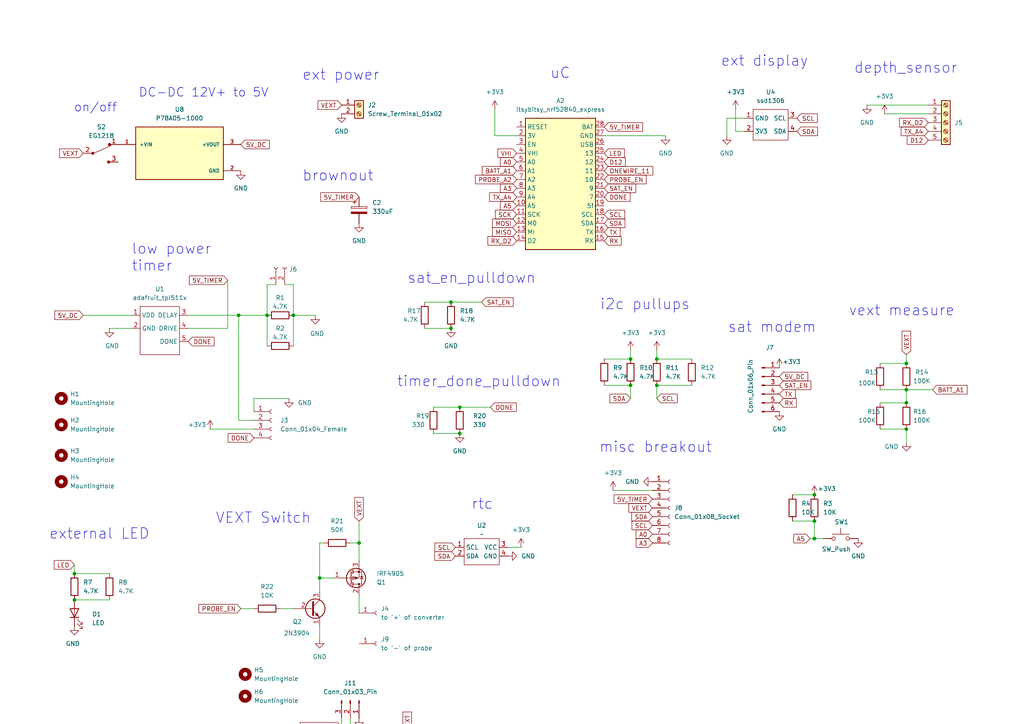
<source format=kicad_sch>
(kicad_sch (version 20231120) (generator "eeschema") (generator_version "8.0")
  (paper "A4")
  (lib_symbols
    (symbol "Connector:Conn_01x01_Socket" (pin_names (offset 1.016) hide)
      (property "Reference" "J" (at 0 2.54 0))
      (property "Value" "Conn_01x01_Socket" (at 0 -2.54 0))
      (symbol "Conn_01x01_Socket_1_1"
        (pin passive line (at -5.08 0 0) (length 3.81) (name "Pin_1") (number "1"))
      )
    )
    (symbol "Connector:Conn_01x02_Socket" (pin_names (offset 1.016) hide)
      (property "Reference" "J" (at 0 2.54 0))
      (property "Value" "Conn_01x02_Socket" (at 0 -5.08 0))
      (symbol "Conn_01x02_Socket_1_1"
        (pin passive line (at -5.08 0 0) (length 3.81) (name "Pin_1") (number "1"))
        (pin passive line (at -5.08 -2.54 0) (length 3.81) (name "Pin_2") (number "2"))
      )
    )
    (symbol "Connector:Conn_01x03_Pin" (pin_names (offset 1.016) hide)
      (property "Reference" "J" (at 0 5.08 0))
      (property "Value" "Conn_01x03_Pin" (at 0 -5.08 0))
      (symbol "Conn_01x03_Pin_1_1"
        (pin passive line (at 5.08 2.54 180) (length 3.81) (name "Pin_1") (number "1"))
        (pin passive line (at 5.08 0 180) (length 3.81) (name "Pin_2") (number "2"))
        (pin passive line (at 5.08 -2.54 180) (length 3.81) (name "Pin_3") (number "3"))
      )
    )
    (symbol "Connector:Conn_01x04_Female" (pin_names (offset 1.016) hide)
      (property "Reference" "J" (at 0 5.08 0))
      (property "Value" "Conn_01x04_Female" (at 0 -7.62 0))
      (symbol "Conn_01x04_Female_1_1"
        (pin passive line (at -5.08 2.54 0) (length 3.81) (name "Pin_1") (number "1"))
        (pin passive line (at -5.08 0 0) (length 3.81) (name "Pin_2") (number "2"))
        (pin passive line (at -5.08 -2.54 0) (length 3.81) (name "Pin_3") (number "3"))
        (pin passive line (at -5.08 -5.08 0) (length 3.81) (name "Pin_4") (number "4"))
      )
    )
    (symbol "Connector:Conn_01x06_Pin" (pin_names (offset 1.016) hide)
      (property "Reference" "J" (at 0 7.62 0))
      (property "Value" "Conn_01x06_Pin" (at 0 -10.16 0))
      (symbol "Conn_01x06_Pin_1_1"
        (pin passive line (at 5.08 5.08 180) (length 3.81) (name "Pin_1") (number "1"))
        (pin passive line (at 5.08 2.54 180) (length 3.81) (name "Pin_2") (number "2"))
        (pin passive line (at 5.08 0 180) (length 3.81) (name "Pin_3") (number "3"))
        (pin passive line (at 5.08 -2.54 180) (length 3.81) (name "Pin_4") (number "4"))
        (pin passive line (at 5.08 -5.08 180) (length 3.81) (name "Pin_5") (number "5"))
        (pin passive line (at 5.08 -7.62 180) (length 3.81) (name "Pin_6") (number "6"))
      )
    )
    (symbol "Connector:Conn_01x08_Socket" (pin_names (offset 1.016) hide)
      (property "Reference" "J" (at 0 10.16 0))
      (property "Value" "Conn_01x08_Socket" (at 0 -12.7 0))
      (symbol "Conn_01x08_Socket_1_1"
        (pin passive line (at -5.08 7.62 0) (length 3.81) (name "Pin_1") (number "1"))
        (pin passive line (at -5.08 5.08 0) (length 3.81) (name "Pin_2") (number "2"))
        (pin passive line (at -5.08 2.54 0) (length 3.81) (name "Pin_3") (number "3"))
        (pin passive line (at -5.08 0 0) (length 3.81) (name "Pin_4") (number "4"))
        (pin passive line (at -5.08 -2.54 0) (length 3.81) (name "Pin_5") (number "5"))
        (pin passive line (at -5.08 -5.08 0) (length 3.81) (name "Pin_6") (number "6"))
        (pin passive line (at -5.08 -7.62 0) (length 3.81) (name "Pin_7") (number "7"))
        (pin passive line (at -5.08 -10.16 0) (length 3.81) (name "Pin_8") (number "8"))
      )
    )
    (symbol "Connector:Screw_Terminal_01x02" (pin_names (offset 1.016) hide)
      (property "Reference" "J" (at 0 2.54 0))
      (property "Value" "Screw_Terminal_01x02" (at 0 -5.08 0))
      (symbol "Screw_Terminal_01x02_1_1"
        (pin passive line (at -5.08 0 0) (length 3.81) (name "Pin_1") (number "1"))
        (pin passive line (at -5.08 -2.54 0) (length 3.81) (name "Pin_2") (number "2"))
      )
    )
    (symbol "Connector:Screw_Terminal_01x05" (pin_names (offset 1.016) hide)
      (property "Reference" "J" (at 0 7.62 0))
      (property "Value" "Screw_Terminal_01x05" (at 0 -7.62 0))
      (symbol "Screw_Terminal_01x05_1_1"
        (pin passive line (at -5.08 5.08 0) (length 3.81) (name "Pin_1") (number "1"))
        (pin passive line (at -5.08 2.54 0) (length 3.81) (name "Pin_2") (number "2"))
        (pin passive line (at -5.08 0 0) (length 3.81) (name "Pin_3") (number "3"))
        (pin passive line (at -5.08 -2.54 0) (length 3.81) (name "Pin_4") (number "4"))
        (pin passive line (at -5.08 -5.08 0) (length 3.81) (name "Pin_5") (number "5"))
      )
    )
    (symbol "Device:C_Polarized" (pin_numbers hide) (pin_names (offset 0.254))
      (property "Reference" "C" (at 0.635 2.54 0))
      (property "Value" "C_Polarized" (at 0.635 -2.54 0))
      (symbol "C_Polarized_1_1"
        (pin passive line (at 0 3.81 270) (length 2.794) (name "~") (number "1"))
        (pin passive line (at 0 -3.81 90) (length 2.794) (name "~") (number "2"))
      )
    )
    (symbol "Device:LED" (pin_numbers hide) (pin_names (offset 1.016) hide)
      (property "Reference" "D" (at 0 2.54 0))
      (property "Value" "LED" (at 0 -2.54 0))
      (symbol "LED_1_1"
        (pin passive line (at -3.81 0 0) (length 2.54) (name "K") (number "1"))
        (pin passive line (at 3.81 0 180) (length 2.54) (name "A") (number "2"))
      )
    )
    (symbol "Device:R" (pin_numbers hide) (pin_names (offset 0))
      (property "Reference" "R" (at 2.032 0 90))
      (property "Value" "R" (at 0 0 90))
      (symbol "R_1_1"
        (pin passive line (at 0 3.81 270) (length 1.27) (name "~") (number "1"))
        (pin passive line (at 0 -3.81 90) (length 1.27) (name "~") (number "2"))
      )
    )
    (symbol "GND_1" (power) (pin_numbers hide) (pin_names (offset 0) hide)
      (property "Value" "GND" (at 0 -3.81 0))
      (symbol "GND_1_1_1"
        (pin power_in line (at 0 0 270) (length 0) (name "~") (number "1"))
      )
    )
    (symbol "GND_11" (power) (pin_names (offset 0))
      (property "Value" "GND_11" (at 0 -3.81 0))
      (symbol "GND_11_1_1"
        (pin power_in line (at 0 0 270) (length 0) hide (name "GND") (number "1"))
      )
    )
    (symbol "GND_2" (power) (pin_names (offset 0))
      (property "Value" "GND_2" (at 0 -3.81 0))
      (symbol "GND_2_1_1"
        (pin power_in line (at 0 0 270) (length 0) hide (name "GND") (number "1"))
      )
    )
    (symbol "Mechanical:MountingHole" (pin_names (offset 1.016))
      (property "Reference" "H" (at 0 5.08 0))
      (property "Value" "MountingHole" (at 0 3.175 0))
    )
    (symbol "MountingHole_1" (pin_names (offset 1.016)) (exclude_from_sim yes) (in_bom no)
      (property "Reference" "H" (at 0 5.08 0))
      (property "Value" "MountingHole" (at 0 3.175 0))
    )
    (symbol "P78A05-1000:P78A05-1000" (pin_names (offset 1.016))
      (property "Reference" "U" (at -10.1854 7.62 0))
      (property "Value" "P78A05-1000" (at -10.1854 -7.6454 0))
      (symbol "P78A05-1000_0_0"
        (pin input line (at -17.78 2.54 0) (length 5.08) (name "+VIN") (number "1"))
        (pin power_in line (at 17.78 -5.08 180) (length 5.08) (name "GND") (number "2"))
        (pin output line (at 17.78 2.54 180) (length 5.08) (name "+VOUT") (number "3"))
      )
    )
    (symbol "Switch:SW_Push" (pin_numbers hide) (pin_names (offset 1.016) hide)
      (property "Reference" "SW" (at 1.27 2.54 0))
      (property "Value" "SW_Push" (at 0 -1.524 0))
      (symbol "SW_Push_0_1"
        (pin passive line (at -5.08 0 0) (length 2.54) (name "1") (number "1"))
        (pin passive line (at 5.08 0 180) (length 2.54) (name "2") (number "2"))
      )
    )
    (symbol "Transistor_BJT:2N3904" (pin_names (offset 0) hide)
      (property "Reference" "Q" (at 5.08 1.905 0))
      (property "Value" "2N3904" (at 5.08 0 0))
      (symbol "2N3904_1_1"
        (pin passive line (at 2.54 -5.08 90) (length 2.54) (name "E") (number "1"))
        (pin passive line (at -5.08 0 0) (length 5.715) (name "B") (number "2"))
        (pin passive line (at 2.54 5.08 270) (length 2.54) (name "C") (number "3"))
      )
    )
    (symbol "Transistor_FET:IRF4905" (pin_names hide)
      (property "Reference" "Q" (at 5.08 1.905 0))
      (property "Value" "IRF4905" (at 5.08 0 0))
      (symbol "IRF4905_1_1"
        (pin input line (at -5.08 0 0) (length 2.54) (name "G") (number "1"))
        (pin passive line (at 2.54 5.08 270) (length 2.54) (name "D") (number "2"))
        (pin passive line (at 2.54 -5.08 90) (length 2.54) (name "S") (number "3"))
      )
    )
    (symbol "dk_Slide-Switches:EG1218" (pin_names (offset 0))
      (property "Reference" "S" (at -3.81 2.286 0))
      (property "Value" "EG1218" (at 0 -5.334 0))
      (symbol "EG1218_1_1"
        (pin passive line (at 5.08 2.54 180) (length 2.54) (name "~") (number "1"))
        (pin passive line (at -5.08 0 0) (length 2.54) (name "~") (number "2"))
        (pin passive line (at 5.08 -2.54 180) (length 2.54) (name "~") (number "3"))
      )
    )
    (symbol "lucc:itsybitsy_nrf52840_express"
      (property "Reference" "A" (at -10.16 28.575 0))
      (property "Value" "itsybitsy_nrf52840_express" (at -5.842 29.718 0))
      (symbol "itsybitsy_nrf52840_express_1_1"
        (pin bidirectional line (at -12.7 20.32 0) (length 2.54) (name "RESET") (number "1"))
        (pin bidirectional line (at -12.7 -2.54 0) (length 2.54) (name "A5") (number "10"))
        (pin bidirectional line (at -12.7 -5.08 0) (length 2.54) (name "SCK") (number "11"))
        (pin bidirectional line (at -12.7 -7.62 0) (length 2.54) (name "M0") (number "12"))
        (pin bidirectional line (at -12.7 -10.16 0) (length 2.54) (name "MI") (number "13"))
        (pin bidirectional line (at -12.7 -12.7 0) (length 2.54) (name "D2") (number "14"))
        (pin bidirectional line (at 12.7 -12.7 180) (length 2.54) (name "RX") (number "15"))
        (pin bidirectional line (at 12.7 -10.16 180) (length 2.54) (name "TX") (number "16"))
        (pin bidirectional line (at 12.7 -7.62 180) (length 2.54) (name "SDA") (number "17"))
        (pin bidirectional line (at 12.7 -5.08 180) (length 2.54) (name "SCL") (number "18"))
        (pin bidirectional line (at 12.7 -2.54 180) (length 2.54) (name "5!") (number "19"))
        (pin bidirectional line (at -12.7 17.78 0) (length 2.54) (name "3V") (number "2"))
        (pin bidirectional line (at 12.7 0 180) (length 2.54) (name "7") (number "20"))
        (pin bidirectional line (at 12.7 2.54 180) (length 2.54) (name "9") (number "21"))
        (pin bidirectional line (at 12.7 5.08 180) (length 2.54) (name "10") (number "22"))
        (pin bidirectional line (at 12.7 7.62 180) (length 2.54) (name "11") (number "23"))
        (pin bidirectional line (at 12.7 10.16 180) (length 2.54) (name "12") (number "24"))
        (pin input line (at 12.7 12.7 180) (length 2.54) (name "13") (number "25"))
        (pin input line (at 12.7 15.24 180) (length 2.54) (name "USB") (number "26"))
        (pin input line (at 12.7 17.78 180) (length 2.54) (name "GND") (number "27"))
        (pin input line (at 12.7 20.32 180) (length 2.54) (name "BAT") (number "28"))
        (pin bidirectional line (at -12.7 15.24 0) (length 2.54) (name "EN") (number "3"))
        (pin bidirectional line (at -12.7 12.7 0) (length 2.54) (name "VHI") (number "4"))
        (pin bidirectional line (at -12.7 10.16 0) (length 2.54) (name "A0") (number "5"))
        (pin bidirectional line (at -12.7 7.62 0) (length 2.54) (name "A1") (number "6"))
        (pin bidirectional line (at -12.7 5.08 0) (length 2.54) (name "A2") (number "7"))
        (pin bidirectional line (at -12.7 2.54 0) (length 2.54) (name "A3") (number "8"))
        (pin bidirectional line (at -12.7 0 0) (length 2.54) (name "A4") (number "9"))
      )
    )
    (symbol "picoco2:ssd1306"
      (property "Reference" "U" (at 0 0 0))
      (property "Value" "ssd1306" (at 0 0 0))
      (symbol "ssd1306_1_1"
        (pin input line (at -8.89 -3.81 0) (length 2.54) (name "GND") (number "1"))
        (pin input line (at -8.89 -7.62 0) (length 2.54) (name "3V3") (number "2"))
        (pin input line (at 6.35 -3.81 180) (length 2.54) (name "SCL") (number "3"))
        (pin input line (at 6.35 -7.62 180) (length 2.54) (name "SDA") (number "4"))
      )
    )
    (symbol "power:+3V3" (power) (pin_names (offset 0))
      (property "Value" "+3V3" (at 0 3.556 0))
      (symbol "+3V3_1_1"
        (pin power_in line (at 0 0 90) (length 0) hide (name "+3V3") (number "1"))
      )
    )
    (symbol "power:GND" (power) (pin_names (offset 0))
      (property "Value" "GND" (at 0 -3.81 0))
      (symbol "GND_1_1"
        (pin power_in line (at 0 0 270) (length 0) hide (name "GND") (number "1"))
      )
    )
    (symbol "sweet-p:adafruit_tpl511x"
      (property "Reference" "U" (at 0 10.16 0))
      (property "Value" "adafruit_tpl511x" (at 0 3.81 0))
      (symbol "adafruit_tpl511x_1_1"
        (pin input line (at -7.62 -1.27 0) (length 2.54) (name "VDD") (number "1"))
        (pin input line (at -7.62 -5.08 0) (length 2.54) (name "GND") (number "2"))
        (pin input line (at 8.89 -1.27 180) (length 2.54) (name "DELAY") (number "3"))
        (pin input line (at 8.89 -5.08 180) (length 2.54) (name "DRIVE") (number "4"))
        (pin input line (at 8.89 -8.89 180) (length 2.54) (name "DONE") (number "5"))
      )
    )
    (symbol "sweet-p:ds3231_amazon"
      (property "Reference" "U" (at 0 4.318 0))
      (symbol "ds3231_amazon_1_1"
        (pin input line (at -7.62 0 0) (length 2.54) (name "SCL") (number "1"))
        (pin input line (at -7.62 -2.54 0) (length 2.54) (name "SDA") (number "2"))
        (pin input line (at 7.62 0 180) (length 2.54) (name "VCC") (number "3"))
        (pin input line (at 7.62 -2.54 180) (length 2.54) (name "GND") (number "4"))
      )
    )
  )
  (junction (at 130.81 87.63))
  (junction (at 182.88 104.14))
  (junction (at 133.35 118.11))
  (junction (at 130.81 95.25))
  (junction (at 262.89 105.41))
  (junction (at 85.09 91.44))
  (junction (at 190.5 104.14))
  (junction (at 190.5 111.76))
  (junction (at 262.89 116.84))
  (junction (at 92.71 167.64))
  (junction (at 262.89 124.46))
  (junction (at 77.47 91.44))
  (junction (at 236.22 156.21))
  (junction (at 182.88 111.76))
  (junction (at 21.59 166.37))
  (junction (at 69.215 91.44))
  (junction (at 133.35 125.73))
  (junction (at 21.59 173.99))
  (junction (at 262.89 113.03))
  (junction (at 236.22 143.51))
  (junction (at 236.22 151.13))
  (junction (at 104.14 157.48))
  (wire (pts (xy 251.46 30.48) (xy 269.24 30.48)))
  (wire (pts (xy 133.35 118.11) (xy 142.24 118.11)))
  (wire (pts (xy 182.88 111.76) (xy 182.88 115.57)))
  (wire (pts (xy 175.26 39.37) (xy 193.04 39.37)))
  (wire (pts (xy 262.89 102.87) (xy 262.89 105.41)))
  (wire (pts (xy 92.71 171.45) (xy 92.71 167.64)))
  (wire (pts (xy 125.73 118.11) (xy 133.35 118.11)))
  (wire (pts (xy 190.5 111.76) (xy 190.5 115.57)))
  (wire (pts (xy 125.73 125.73) (xy 133.35 125.73)))
  (wire (pts (xy 99.06 208.28) (xy 99.06 210.82)))
  (wire (pts (xy 69.215 91.44) (xy 69.215 121.92)))
  (wire (pts (xy 147.32 158.75) (xy 151.13 158.75)))
  (wire (pts (xy 262.89 113.03) (xy 262.89 116.84)))
  (wire (pts (xy 77.47 82.55) (xy 80.01 82.55)))
  (wire (pts (xy 85.09 91.44) (xy 85.09 100.33)))
  (wire (pts (xy 21.59 166.37) (xy 31.75 166.37)))
  (wire (pts (xy 262.89 124.46) (xy 262.89 128.27)))
  (wire (pts (xy 123.19 95.25) (xy 130.81 95.25)))
  (wire (pts (xy 213.36 31.75) (xy 213.36 38.1)))
  (wire (pts (xy 190.5 111.76) (xy 200.66 111.76)))
  (wire (pts (xy 234.95 156.21) (xy 236.22 156.21)))
  (wire (pts (xy 69.215 91.44) (xy 77.47 91.44)))
  (wire (pts (xy 77.47 91.44) (xy 77.47 82.55)))
  (wire (pts (xy 21.59 163.83) (xy 21.59 166.37)))
  (wire (pts (xy 255.27 124.46) (xy 262.89 124.46)))
  (wire (pts (xy 73.66 115.57) (xy 83.82 115.57)))
  (wire (pts (xy 130.81 87.63) (xy 139.7 87.63)))
  (wire (pts (xy 118.11 215.9) (xy 120.65 215.9)))
  (wire (pts (xy 123.19 87.63) (xy 130.81 87.63)))
  (wire (pts (xy 92.71 167.64) (xy 96.52 167.64)))
  (wire (pts (xy 21.59 173.99) (xy 31.75 173.99)))
  (wire (pts (xy 85.09 91.44) (xy 91.44 91.44)))
  (wire (pts (xy 101.6 157.48) (xy 104.14 157.48)))
  (wire (pts (xy 149.86 39.37) (xy 143.51 39.37)))
  (wire (pts (xy 85.09 82.55) (xy 82.55 82.55)))
  (wire (pts (xy 24.13 91.44) (xy 38.1 91.44)))
  (wire (pts (xy 236.22 156.21) (xy 236.22 151.13)))
  (wire (pts (xy 190.5 101.6) (xy 190.5 104.14)))
  (wire (pts (xy 92.71 167.64) (xy 92.71 157.48)))
  (wire (pts (xy 229.87 151.13) (xy 236.22 151.13)))
  (wire (pts (xy 210.82 34.29) (xy 210.82 39.37)))
  (wire (pts (xy 73.66 119.38) (xy 73.66 115.57)))
  (wire (pts (xy 255.27 113.03) (xy 262.89 113.03)))
  (wire (pts (xy 262.89 113.03) (xy 270.51 113.03)))
  (wire (pts (xy 92.71 157.48) (xy 93.98 157.48)))
  (wire (pts (xy 85.09 91.44) (xy 85.09 82.55)))
  (wire (pts (xy 104.14 172.72) (xy 104.14 177.8)))
  (wire (pts (xy 69.85 176.53) (xy 73.66 176.53)))
  (wire (pts (xy 215.9 34.29) (xy 210.82 34.29)))
  (wire (pts (xy 182.88 101.6) (xy 182.88 104.14)))
  (wire (pts (xy 215.9 38.1) (xy 213.36 38.1)))
  (wire (pts (xy 77.47 91.44) (xy 77.47 100.33)))
  (wire (pts (xy 190.5 104.14) (xy 200.66 104.14)))
  (wire (pts (xy 256.54 33.02) (xy 269.24 33.02)))
  (wire (pts (xy 104.14 151.13) (xy 104.14 157.48)))
  (wire (pts (xy 177.8 142.24) (xy 189.23 142.24)))
  (wire (pts (xy 31.75 95.25) (xy 38.1 95.25)))
  (wire (pts (xy 54.61 91.44) (xy 69.215 91.44)))
  (wire (pts (xy 60.96 124.46) (xy 73.66 124.46)))
  (wire (pts (xy 66.04 81.28) (xy 66.04 95.25)))
  (wire (pts (xy 54.61 95.25) (xy 66.04 95.25)))
  (wire (pts (xy 69.215 121.92) (xy 73.66 121.92)))
  (wire (pts (xy 81.28 176.53) (xy 85.09 176.53)))
  (wire (pts (xy 101.6 208.28) (xy 101.6 215.9)))
  (wire (pts (xy 104.14 157.48) (xy 104.14 162.56)))
  (wire (pts (xy 118.11 213.36) (xy 118.11 215.9)))
  (wire (pts (xy 175.26 104.14) (xy 182.88 104.14)))
  (wire (pts (xy 238.76 156.21) (xy 236.22 156.21)))
  (wire (pts (xy 92.71 181.61) (xy 92.71 185.42)))
  (wire (pts (xy 143.51 39.37) (xy 143.51 31.75)))
  (wire (pts (xy 255.27 116.84) (xy 262.89 116.84)))
  (wire (pts (xy 229.87 143.51) (xy 236.22 143.51)))
  (wire (pts (xy 255.27 105.41) (xy 262.89 105.41)))
  (wire (pts (xy 175.26 111.76) (xy 182.88 111.76)))
  (text "sat modem" (at 211.074 96.774 0) (effects (font (size 3.048 3.048)) (justify left bottom)))
  (text "brownout" (at 87.63 52.832 0) (effects (font (size 3.048 3.048)) (justify left bottom)))
  (text "DC-DC 12V+ to 5V" (at 77.978 28.448 0) (effects (font (size 2.54 2.54)) (justify right bottom)))
  (text "sat_en_pulldown" (at 118.11 82.55 0) (effects (font (size 3.048 3.048)) (justify left bottom)))
  (text "vext measure" (at 246.126 91.948 0) (effects (font (size 3.048 3.048)) (justify left bottom)))
  (text "misc breakout" (at 173.736 131.572 0) (effects (font (size 3.048 3.048)) (justify left bottom)))
  (text "timer_done_pulldown" (at 115.062 112.522 0) (effects (font (size 3.048 3.048)) (justify left bottom)))
  (text "uC" (at 159.512 23.114 0) (effects (font (size 3.048 3.048)) (justify left bottom)))
  (text "on/off" (at 34.036 32.766 0) (effects (font (size 2.54 2.54)) (justify right bottom)))
  (text "i2c pullups" (at 173.99 90.17 0) (effects (font (size 3.048 3.048)) (justify left bottom)))
  (text "external LED" (at 14.224 156.718 0) (effects (font (size 3.048 3.048)) (justify left bottom)))
  (text "depth_sensor" (at 247.65 21.59 0) (effects (font (size 3.048 3.048)) (justify left bottom)))
  (text "low power\ntimer" (at 38.1 78.994 0) (effects (font (size 3.048 3.048)) (justify left bottom)))
  (text "ext power" (at 87.63 23.622 0) (effects (font (size 3.048 3.048)) (justify left bottom)))
  (text "ext display" (at 209.042 19.558 0) (effects (font (size 3.048 3.048)) (justify left bottom)))
  (text "VEXT Switch" (at 62.484 152.146 0) (effects (font (size 3.048 3.048)) (justify left bottom)))
  (text "rtc" (at 136.652 148.082 0) (effects (font (size 3.048 3.048)) (justify left bottom)))
  (global_label "A0" (shape input) (at 189.23 154.94 180) (property "Intersheetrefs" "${INTERSHEET_REFS}" (effects (hide yes))))
  (global_label "SAT_EN" (shape input) (at 139.7 87.63 0) (property "Intersheetrefs" "${INTERSHEET_REFS}" (effects (hide yes))))
  (global_label "BATT_A1" (shape input) (at 270.51 113.03 0) (property "Intersheetrefs" "${INTERSHEET_REFS}" (effects (hide yes))))
  (global_label "SCL" (shape input) (at 190.5 115.57 0) (property "Intersheetrefs" "${INTERSHEET_REFS}" (effects (hide yes))))
  (global_label "SCL" (shape input) (at 231.14 34.29 0) (property "Intersheetrefs" "${INTERSHEET_REFS}" (effects (hide yes))))
  (global_label "TX_A4" (shape input) (at 149.86 57.15 180) (property "Intersheetrefs" "${INTERSHEET_REFS}" (effects (hide yes))))
  (global_label "RX" (shape input) (at 226.06 116.84 0) (property "Intersheetrefs" "${INTERSHEET_REFS}" (effects (hide yes))))
  (global_label "VHI" (shape input) (at 149.86 44.45 180) (property "Intersheetrefs" "${INTERSHEET_REFS}" (effects (hide yes))))
  (global_label "VEXT" (shape input) (at 262.89 102.87 90) (property "Intersheetrefs" "${INTERSHEET_REFS}" (effects (hide yes))))
  (global_label "D12" (shape input) (at 269.24 40.64 180) (property "Intersheetrefs" "${INTERSHEET_REFS}" (effects (hide yes))))
  (global_label "SDA" (shape input) (at 182.88 115.57 180) (property "Intersheetrefs" "${INTERSHEET_REFS}" (effects (hide yes))))
  (global_label "PROBE_A2" (shape input) (at 99.06 210.82 180) (property "Intersheetrefs" "${INTERSHEET_REFS}" (effects (hide yes))))
  (global_label "VEXT" (shape input) (at 99.06 30.48 180) (property "Intersheetrefs" "${INTERSHEET_REFS}" (effects (hide yes))))
  (global_label "A5" (shape input) (at 149.86 59.69 180) (property "Intersheetrefs" "${INTERSHEET_REFS}" (effects (hide yes))))
  (global_label "SCK" (shape input) (at 149.86 62.23 180) (property "Intersheetrefs" "${INTERSHEET_REFS}" (effects (hide yes))))
  (global_label "A5" (shape input) (at 234.95 156.21 180) (property "Intersheetrefs" "${INTERSHEET_REFS}" (effects (hide yes))))
  (global_label "5V_TIMER" (shape input) (at 66.04 81.28 180) (property "Intersheetrefs" "${INTERSHEET_REFS}" (effects (hide yes))))
  (global_label "RX_D2" (shape input) (at 269.24 35.56 180) (property "Intersheetrefs" "${INTERSHEET_REFS}" (effects (hide yes))))
  (global_label "TX" (shape input) (at 226.06 114.3 0) (property "Intersheetrefs" "${INTERSHEET_REFS}" (effects (hide yes))))
  (global_label "PROBE_A2" (shape input) (at 149.86 52.07 180) (property "Intersheetrefs" "${INTERSHEET_REFS}" (effects (hide yes))))
  (global_label "LED" (shape input) (at 175.26 44.45 0) (property "Intersheetrefs" "${INTERSHEET_REFS}" (effects (hide yes))))
  (global_label "MISO" (shape input) (at 149.86 67.31 180) (property "Intersheetrefs" "${INTERSHEET_REFS}" (effects (hide yes))))
  (global_label "DONE" (shape input) (at 175.26 57.15 0) (property "Intersheetrefs" "${INTERSHEET_REFS}" (effects (hide yes))))
  (global_label "D12" (shape input) (at 175.26 46.99 0) (property "Intersheetrefs" "${INTERSHEET_REFS}" (effects (hide yes))))
  (global_label "A3" (shape input) (at 149.86 54.61 180) (property "Intersheetrefs" "${INTERSHEET_REFS}" (effects (hide yes))))
  (global_label "SDA" (shape input) (at 189.23 149.86 180) (property "Intersheetrefs" "${INTERSHEET_REFS}" (effects (hide yes))))
  (global_label "LED" (shape input) (at 21.59 163.83 180) (property "Intersheetrefs" "${INTERSHEET_REFS}" (effects (hide yes))))
  (global_label "5V_TIMER" (shape input) (at 189.23 144.78 180) (property "Intersheetrefs" "${INTERSHEET_REFS}" (effects (hide yes))))
  (global_label "DONE" (shape input) (at 54.61 99.06 0) (property "Intersheetrefs" "${INTERSHEET_REFS}" (effects (hide yes))))
  (global_label "5V_DC" (shape input) (at 226.06 109.22 0) (property "Intersheetrefs" "${INTERSHEET_REFS}" (effects (hide yes))))
  (global_label "VEXT" (shape input) (at 24.13 44.45 180) (property "Intersheetrefs" "${INTERSHEET_REFS}" (effects (hide yes))))
  (global_label "SCL" (shape input) (at 189.23 152.4 180) (property "Intersheetrefs" "${INTERSHEET_REFS}" (effects (hide yes))))
  (global_label "ONEWIRE_11" (shape input) (at 175.26 49.53 0) (property "Intersheetrefs" "${INTERSHEET_REFS}" (effects (hide yes))))
  (global_label "5V_TIMER" (shape input) (at 104.14 57.15 180) (property "Intersheetrefs" "${INTERSHEET_REFS}" (effects (hide yes))))
  (global_label "TX_A4" (shape input) (at 269.24 38.1 180) (property "Intersheetrefs" "${INTERSHEET_REFS}" (effects (hide yes))))
  (global_label "SAT_EN" (shape input) (at 226.06 111.76 0) (property "Intersheetrefs" "${INTERSHEET_REFS}" (effects (hide yes))))
  (global_label "SDA" (shape input) (at 132.08 161.29 180) (property "Intersheetrefs" "${INTERSHEET_REFS}" (effects (hide yes))))
  (global_label "BATT_A1" (shape input) (at 149.86 49.53 180) (property "Intersheetrefs" "${INTERSHEET_REFS}" (effects (hide yes))))
  (global_label "A0" (shape input) (at 149.86 46.99 180) (property "Intersheetrefs" "${INTERSHEET_REFS}" (effects (hide yes))))
  (global_label "RX" (shape input) (at 175.26 69.85 0) (property "Intersheetrefs" "${INTERSHEET_REFS}" (effects (hide yes))))
  (global_label "5V_TIMER" (shape input) (at 175.26 36.83 0) (property "Intersheetrefs" "${INTERSHEET_REFS}" (effects (hide yes))))
  (global_label "TX" (shape input) (at 175.26 67.31 0) (property "Intersheetrefs" "${INTERSHEET_REFS}" (effects (hide yes))))
  (global_label "A3" (shape input) (at 189.23 157.48 180) (property "Intersheetrefs" "${INTERSHEET_REFS}" (effects (hide yes))))
  (global_label "PROBE_EN" (shape input) (at 175.26 52.07 0) (property "Intersheetrefs" "${INTERSHEET_REFS}" (effects (hide yes))))
  (global_label "SAT_EN" (shape input) (at 175.26 54.61 0) (property "Intersheetrefs" "${INTERSHEET_REFS}" (effects (hide yes))))
  (global_label "VEXT" (shape input) (at 104.14 151.13 90) (property "Intersheetrefs" "${INTERSHEET_REFS}" (effects (hide yes))))
  (global_label "MOSI" (shape input) (at 149.86 64.77 180) (property "Intersheetrefs" "${INTERSHEET_REFS}" (effects (hide yes))))
  (global_label "DONE" (shape input) (at 73.66 127 180) (property "Intersheetrefs" "${INTERSHEET_REFS}" (effects (hide yes))))
  (global_label "SDA" (shape input) (at 231.14 38.1 0) (property "Intersheetrefs" "${INTERSHEET_REFS}" (effects (hide yes))))
  (global_label "5V_DC" (shape input) (at 24.13 91.44 180) (property "Intersheetrefs" "${INTERSHEET_REFS}" (effects (hide yes))))
  (global_label "SCL" (shape input) (at 132.08 158.75 180) (property "Intersheetrefs" "${INTERSHEET_REFS}" (effects (hide yes))))
  (global_label "DONE" (shape input) (at 142.24 118.11 0) (property "Intersheetrefs" "${INTERSHEET_REFS}" (effects (hide yes))))
  (global_label "SCL" (shape input) (at 175.26 62.23 0) (property "Intersheetrefs" "${INTERSHEET_REFS}" (effects (hide yes))))
  (global_label "SDA" (shape input) (at 175.26 64.77 0) (property "Intersheetrefs" "${INTERSHEET_REFS}" (effects (hide yes))))
  (global_label "5V_DC" (shape input) (at 69.85 41.91 0) (property "Intersheetrefs" "${INTERSHEET_REFS}" (effects (hide yes))))
  (global_label "VEXT" (shape input) (at 189.23 147.32 180) (property "Intersheetrefs" "${INTERSHEET_REFS}" (effects (hide yes))))
  (global_label "RX_D2" (shape input) (at 149.86 69.85 180) (property "Intersheetrefs" "${INTERSHEET_REFS}" (effects (hide yes))))
  (global_label "PROBE_EN" (shape input) (at 69.85 176.53 180) (property "Intersheetrefs" "${INTERSHEET_REFS}" (effects (hide yes))))
  (global_label "VEXT" (shape input) (at 118.11 213.36 90) (property "Intersheetrefs" "${INTERSHEET_REFS}" (effects (hide yes))))
  (symbol (lib_id "power:GND") (at 262.89 128.27 0) (unit 1)
    (property "Reference" "#PWR022" (effects (hide yes)))
    (property "Value" "GND" (at 256.54 129.54 0) (effects (justify left)))
  )
  (symbol (lib_name "GND_1") (lib_id "power:GND") (at 92.71 185.42 0) (unit 1)
    (property "Reference" "#PWR020" (effects (hide yes)))
    (property "Value" "GND" (at 92.71 190.5 0))
    (property "Description" "Power symbol creates a global label with name \"GND\" , ground" (effects (hide yes)))
  )
  (symbol (lib_id "P78A05-1000:P78A05-1000") (at 52.07 44.45 0) (unit 1)
    (property "Reference" "U8" (at 52.07 31.75 0))
    (property "Value" "P78A05-1000" (at 52.07 34.29 0))
    (property "Footprint" "footprints:CONV_P78A05-1000" (effects (hide yes)))
    (property "PARTREV" "1.0" (effects (hide yes)))
    (property "MANUFACTURER" "CUI INC" (effects (hide yes)))
    (property "STANDARD" "MANUFACTURER RECOMMENDATIONS" (effects (hide yes)))
  )
  (symbol (lib_id "Device:R") (at 77.47 176.53 90) (unit 1)
    (property "Reference" "R22" (at 77.47 170.18 90))
    (property "Value" "10K" (at 77.47 172.72 90))
    (property "Footprint" "Resistor_THT:R_Axial_DIN0204_L3.6mm_D1.6mm_P7.62mm_Horizontal" (effects (hide yes)))
    (property "Description" "Resistor" (effects (hide yes)))
  )
  (symbol (lib_name "GND_11") (lib_id "power:GND") (at 147.32 161.29 90) (unit 1)
    (property "Reference" "#PWR025" (effects (hide yes)))
    (property "Value" "GND" (at 151.13 161.2899 90) (effects (justify right)))
  )
  (symbol (lib_id "power:+3V3") (at 177.8 142.24 0) (unit 1)
    (property "Reference" "#PWR010" (effects (hide yes)))
    (property "Value" "+3V3" (at 177.8 137.16 0))
  )
  (symbol (lib_id "Mechanical:MountingHole") (at 17.78 123.19 0) (unit 1)
    (property "Reference" "H2" (at 20.32 121.9199 0) (effects (justify left)))
    (property "Value" "MountingHole" (at 20.32 124.4599 0) (effects (justify left)))
    (property "Footprint" "MountingHole:MountingHole_3.2mm_M3" (effects (hide yes)))
  )
  (symbol (lib_id "power:+3V3") (at 256.54 33.02 0) (unit 1)
    (property "Reference" "#PWR030" (effects (hide yes)))
    (property "Value" "+3V3" (at 256.54 27.94 0))
  )
  (symbol (lib_id "power:+3V3") (at 213.36 31.75 0) (unit 1)
    (property "Reference" "#PWR036" (effects (hide yes)))
    (property "Value" "+3V3" (at 213.36 26.67 0))
  )
  (symbol (lib_id "Transistor_BJT:2N3904") (at 90.17 176.53 0) (unit 1)
    (property "Reference" "Q2" (at 84.836 180.34 0) (effects (justify left)))
    (property "Value" "2N3904" (at 82.296 183.642 0) (effects (justify left)))
    (property "Footprint" "Package_TO_SOT_THT:TO-92_Inline" (effects (hide yes)))
    (property "Datasheet" "https://www.onsemi.com/pub/Collateral/2N3903-D.PDF" (effects (hide yes)))
    (property "Description" "0.2A Ic, 40V Vce, Small Signal NPN Transistor, TO-92" (effects (hide yes)))
  )
  (symbol (lib_id "power:+3V3") (at 143.51 31.75 0) (unit 1)
    (property "Reference" "#PWR018" (effects (hide yes)))
    (property "Value" "+3V3" (at 143.51 26.67 0))
  )
  (symbol (lib_id "Device:R") (at 262.89 109.22 0) (unit 1)
    (property "Reference" "R14" (at 265.43 107.95 0) (effects (justify left)))
    (property "Value" "100K" (at 264.795 110.49 0) (effects (justify left)))
    (property "Footprint" "Resistor_SMD:R_0603_1608Metric_Pad0.98x0.95mm_HandSolder" (effects (hide yes)))
  )
  (symbol (lib_id "Connector:Conn_01x01_Socket") (at 109.22 186.69 0) (unit 1)
    (property "Reference" "J9" (at 110.49 185.4199 0) (effects (justify left)))
    (property "Value" "to '-' of probe" (at 110.49 187.9599 0) (effects (justify left)))
    (property "Footprint" "Connector_PinSocket_2.54mm:PinSocket_1x01_P2.54mm_Vertical" (effects (hide yes)))
    (property "Description" "Generic connector, single row, 01x01, script generated" (effects (hide yes)))
  )
  (symbol (lib_id "Device:R") (at 236.22 147.32 0) (unit 1)
    (property "Reference" "R3" (at 238.76 146.0499 0) (effects (justify left)))
    (property "Value" "10K" (at 238.76 148.5899 0) (effects (justify left)))
    (property "Footprint" "Resistor_SMD:R_0603_1608Metric_Pad0.98x0.95mm_HandSolder" (effects (hide yes)))
    (property "Description" "Resistor" (effects (hide yes)))
  )
  (symbol (lib_id "Connector:Conn_01x08_Socket") (at 194.31 147.32 0) (unit 1)
    (property "Reference" "J8" (at 195.58 147.3199 0) (effects (justify left)))
    (property "Value" "Conn_01x08_Socket" (at 195.58 149.8599 0) (effects (justify left)))
    (property "Footprint" "Connector_PinSocket_2.54mm:PinSocket_1x08_P2.54mm_Vertical" (effects (hide yes)))
    (property "Description" "Generic connector, single row, 01x08, script generated" (effects (hide yes)))
  )
  (symbol (lib_id "Device:R") (at 97.79 157.48 90) (unit 1)
    (property "Reference" "R21" (at 97.79 151.13 90))
    (property "Value" "50K" (at 97.79 153.67 90))
    (property "Footprint" "Resistor_THT:R_Axial_DIN0204_L3.6mm_D1.6mm_P7.62mm_Horizontal" (effects (hide yes)))
    (property "Description" "Resistor" (effects (hide yes)))
  )
  (symbol (lib_id "Connector:Conn_01x02_Socket") (at 80.01 77.47 90) (unit 1)
    (property "Reference" "J6" (at 83.82 78.1049 90) (effects (justify right)))
    (property "Value" "Conn_01x02_Socket" (effects (hide yes)))
    (property "Footprint" "Connector_PinSocket_2.54mm:PinSocket_1x02_P2.54mm_Vertical" (effects (hide yes)))
    (property "Description" "Generic connector, single row, 01x02, script generated" (effects (hide yes)))
  )
  (symbol (lib_id "Device:R") (at 190.5 107.95 0) (unit 1)
    (property "Reference" "R11" (at 193.04 106.6799 0) (effects (justify left)))
    (property "Value" "4.7K" (at 193.04 109.2199 0) (effects (justify left)))
    (property "Footprint" "Resistor_SMD:R_0603_1608Metric_Pad0.98x0.95mm_HandSolder" (effects (hide yes)))
  )
  (symbol (lib_id "Device:R") (at 123.19 91.44 0) (unit 1)
    (property "Reference" "R17" (at 118.11 90.17 0) (effects (justify left)))
    (property "Value" "4.7K" (at 116.84 92.71 0) (effects (justify left)))
    (property "Footprint" "Resistor_THT:R_Axial_DIN0204_L3.6mm_D1.6mm_P7.62mm_Horizontal" (effects (hide yes)))
  )
  (symbol (lib_name "GND_2") (lib_id "power:GND") (at 83.82 115.57 0) (unit 1)
    (property "Reference" "#PWR08" (effects (hide yes)))
    (property "Value" "GND" (at 86.36 116.8399 0) (effects (justify left)))
  )
  (symbol (lib_id "Device:R") (at 182.88 107.95 0) (unit 1)
    (property "Reference" "R10" (at 185.42 106.6799 0) (effects (justify left)))
    (property "Value" "4.7K" (at 185.42 109.2199 0) (effects (justify left)))
    (property "Footprint" "Resistor_SMD:R_0603_1608Metric_Pad0.98x0.95mm_HandSolder" (effects (hide yes)))
  )
  (symbol (lib_id "Connector:Screw_Terminal_01x02") (at 104.14 30.48 0) (unit 1)
    (property "Reference" "J2" (at 106.68 30.4799 0) (effects (justify left)))
    (property "Value" "Screw_Terminal_01x02" (at 106.68 33.0199 0) (effects (justify left)))
    (property "Footprint" "TerminalBlock_Phoenix:TerminalBlock_Phoenix_PT-1,5-2-5.0-H_1x02_P5.00mm_Horizontal" (effects (hide yes)))
  )
  (symbol (lib_id "Device:R") (at 229.87 147.32 0) (unit 1)
    (property "Reference" "R4" (at 232.41 146.0499 0) (effects (justify left)))
    (property "Value" "10K" (at 232.41 148.5899 0) (effects (justify left)))
    (property "Footprint" "Resistor_THT:R_Axial_DIN0204_L3.6mm_D1.6mm_P7.62mm_Horizontal" (effects (hide yes)))
    (property "Description" "Resistor" (effects (hide yes)))
  )
  (symbol (lib_id "Device:R") (at 255.27 109.22 0) (unit 1)
    (property "Reference" "R13" (at 250.825 107.95 0) (effects (justify left)))
    (property "Value" "100K" (at 248.92 111.125 0) (effects (justify left)))
    (property "Footprint" "Resistor_THT:R_Axial_DIN0204_L3.6mm_D1.6mm_P7.62mm_Horizontal" (effects (hide yes)))
  )
  (symbol (lib_name "GND_2") (lib_id "power:GND") (at 226.06 119.38 0) (unit 1)
    (property "Reference" "#PWR021" (effects (hide yes)))
    (property "Value" "GND" (at 226.06 124.46 0))
  )
  (symbol (lib_id "power:GND") (at 104.14 64.77 0) (unit 1)
    (property "Reference" "#PWR02" (effects (hide yes)))
    (property "Value" "GND" (at 104.14 69.85 0))
  )
  (symbol (lib_id "Mechanical:MountingHole") (at 17.78 132.08 0) (unit 1)
    (property "Reference" "H3" (at 20.32 130.8099 0) (effects (justify left)))
    (property "Value" "MountingHole" (at 20.32 133.3499 0) (effects (justify left)))
    (property "Footprint" "MountingHole:MountingHole_3.2mm_M3" (effects (hide yes)))
  )
  (symbol (lib_id "Device:R") (at 130.81 91.44 0) (unit 1)
    (property "Reference" "R18" (at 133.35 90.1699 0) (effects (justify left)))
    (property "Value" "4.7K" (at 133.35 92.7099 0) (effects (justify left)))
    (property "Footprint" "Resistor_SMD:R_0603_1608Metric_Pad0.98x0.95mm_HandSolder" (effects (hide yes)))
  )
  (symbol (lib_id "Device:R") (at 21.59 170.18 0) (unit 1)
    (property "Reference" "R7" (at 24.13 168.9099 0) (effects (justify left)))
    (property "Value" "4.7K" (at 24.13 171.4499 0) (effects (justify left)))
    (property "Footprint" "Resistor_THT:R_Axial_DIN0204_L3.6mm_D1.6mm_P7.62mm_Horizontal" (effects (hide yes)))
  )
  (symbol (lib_id "Connector:Screw_Terminal_01x05") (at 274.32 35.56 0) (unit 1)
    (property "Reference" "J5" (at 276.86 35.5599 0) (effects (justify left)))
    (property "Value" "Screw_Terminal_01x05" (effects (hide yes)))
    (property "Footprint" "TerminalBlock_Phoenix:TerminalBlock_Phoenix_MKDS-1,5-5-5.08_1x05_P5.08mm_Horizontal" (effects (hide yes)))
    (property "Description" "Generic screw terminal, single row, 01x05, script generated (kicad-library-utils/schlib/autogen/connector/)" (effects (hide yes)))
  )
  (symbol (lib_name "GND_11") (lib_id "power:GND") (at 210.82 39.37 0) (unit 1)
    (property "Reference" "#PWR037" (effects (hide yes)))
    (property "Value" "GND" (at 210.82 44.45 0))
  )
  (symbol (lib_id "dk_Slide-Switches:EG1218") (at 29.21 44.45 0) (unit 1)
    (property "Reference" "S2" (at 29.4132 36.83 0))
    (property "Value" "EG1218" (at 29.4132 39.37 0))
    (property "Footprint" "digikey-footprints:Switch_Slide_11.6x4mm_EG1218" (effects (hide yes)))
    (property "Datasheet" "http://spec_sheets.e-switch.com/specs/P040040.pdf" (effects (hide yes)))
    (property "Description" "SWITCH SLIDE SPDT 200MA 30V" (effects (hide yes)))
    (property "Digi-Key_PN" "EG1903-ND" (effects (hide yes)))
    (property "MPN" "EG1218" (effects (hide yes)))
    (property "Category" "Switches" (effects (hide yes)))
    (property "Family" "Slide Switches" (effects (hide yes)))
    (property "DK_Datasheet_Link" "http://spec_sheets.e-switch.com/specs/P040040.pdf" (effects (hide yes)))
    (property "DK_Detail_Page" "/product-detail/en/e-switch/EG1218/EG1903-ND/101726" (effects (hide yes)))
    (property "Manufacturer" "E-Switch" (effects (hide yes)))
    (property "Status" "Active" (effects (hide yes)))
  )
  (symbol (lib_id "Device:R") (at 125.73 121.92 0) (unit 1)
    (property "Reference" "R19" (at 120.65 120.65 0) (effects (justify left)))
    (property "Value" "330" (at 119.38 123.19 0) (effects (justify left)))
    (property "Footprint" "Resistor_THT:R_Axial_DIN0204_L3.6mm_D1.6mm_P7.62mm_Horizontal" (effects (hide yes)))
  )
  (symbol (lib_id "power:+3V3") (at 151.13 158.75 0) (unit 1)
    (property "Reference" "#PWR028" (effects (hide yes)))
    (property "Value" "+3V3" (at 151.13 153.67 0))
  )
  (symbol (lib_id "Transistor_FET:IRF4905") (at 101.6 167.64 0) (mirror x) (unit 1)
    (property "Reference" "Q1" (at 109.22 168.9101 0) (effects (justify left)))
    (property "Value" "IRF4905" (at 109.22 166.3701 0) (effects (justify left)))
    (property "Footprint" "Package_TO_SOT_THT:TO-220-3_Vertical" (effects (hide yes)))
    (property "Datasheet" "http://www.infineon.com/dgdl/irf4905.pdf?fileId=5546d462533600a4015355e32165197c" (effects (hide yes)))
    (property "Description" "-74A Id, -55V Vds, Single P-Channel HEXFET Power MOSFET, 20mOhm Ron, TO-220AB" (effects (hide yes)))
  )
  (symbol (lib_id "Switch:SW_Push") (at 243.84 156.21 0) (unit 1)
    (property "Reference" "SW1" (at 244.094 151.384 0))
    (property "Value" "SW_Push" (at 242.57 159.258 0))
    (property "Footprint" "Button_Switch_THT:SW_PUSH_6mm" (effects (hide yes)))
    (property "Description" "Push button switch, generic, two pins" (effects (hide yes)))
  )
  (symbol (lib_id "Connector:Conn_01x04_Female") (at 78.74 121.92 0) (unit 1)
    (property "Reference" "J3" (at 81.28 121.9199 0) (effects (justify left)))
    (property "Value" "Conn_01x04_Female" (at 81.28 124.4599 0) (effects (justify left)))
    (property "Footprint" "Connector_PinSocket_2.54mm:PinSocket_1x04_P2.54mm_Vertical" (effects (hide yes)))
  )
  (symbol (lib_id "power:GND") (at 130.81 95.25 0) (unit 1)
    (property "Reference" "#PWR023" (effects (hide yes)))
    (property "Value" "GND" (at 130.81 100.33 0))
  )
  (symbol (lib_id "Connector:Conn_01x06_Pin") (at 220.98 111.76 0) (unit 1)
    (property "Reference" "J7" (at 223.266 100.838 0))
    (property "Value" "Conn_01x06_Pin" (at 217.678 112.014 90))
    (property "Footprint" "Connector_PinHeader_2.54mm:PinHeader_1x06_P2.54mm_Vertical" (effects (hide yes)))
    (property "Description" "Generic connector, single row, 01x06, script generated" (effects (hide yes)))
  )
  (symbol (lib_id "Device:R") (at 133.35 121.92 0) (unit 1)
    (property "Reference" "R20" (at 137.16 120.6499 0) (effects (justify left)))
    (property "Value" "330" (at 137.16 123.1899 0) (effects (justify left)))
    (property "Footprint" "Resistor_SMD:R_0603_1608Metric_Pad0.98x0.95mm_HandSolder" (effects (hide yes)))
  )
  (symbol (lib_id "power:GND") (at 99.06 33.02 0) (unit 1)
    (property "Reference" "#PWR04" (effects (hide yes)))
    (property "Value" "GND" (at 99.06 38.1 0))
  )
  (symbol (lib_id "power:GND") (at 193.04 39.37 0) (unit 1)
    (property "Reference" "#PWR01" (effects (hide yes)))
    (property "Value" "GND" (at 193.04 44.45 0))
  )
  (symbol (lib_id "Device:C_Polarized") (at 104.14 60.96 0) (unit 1)
    (property "Reference" "C2" (at 107.95 58.8009 0) (effects (justify left)))
    (property "Value" "330uF" (at 107.95 61.3409 0) (effects (justify left)))
    (property "Footprint" "Capacitor_THT:CP_Radial_D5.0mm_P2.00mm" (effects (hide yes)))
    (property "Description" "Polarized capacitor" (effects (hide yes)))
  )
  (symbol (lib_id "sweet-p:adafruit_tpl511x") (at 45.72 90.17 0) (unit 1)
    (property "Reference" "U1" (at 46.355 83.82 0))
    (property "Value" "adafruit_tpl511x" (at 46.355 86.36 0))
    (property "Footprint" "footprints:adafruit_tpl511x" (effects (hide yes)))
  )
  (symbol (lib_name "MountingHole_1") (lib_id "Mechanical:MountingHole") (at 71.12 201.93 0) (unit 1) (exclude_from_sim yes) (in_bom no)
    (property "Reference" "H6" (at 73.66 200.6599 0) (effects (justify left)))
    (property "Value" "MountingHole" (at 73.66 203.1999 0) (effects (justify left)))
    (property "Footprint" "MountingHole:MountingHole_3.2mm_M3" (effects (hide yes)))
    (property "Description" "Mounting Hole without connection" (effects (hide yes)))
  )
  (symbol (lib_id "Connector:Conn_01x01_Socket") (at 109.22 177.8 0) (unit 1)
    (property "Reference" "J4" (at 110.49 176.5299 0) (effects (justify left)))
    (property "Value" "to '+' of converter" (at 110.49 179.0699 0) (effects (justify left)))
    (property "Footprint" "Connector_PinSocket_2.54mm:PinSocket_1x01_P2.54mm_Vertical" (effects (hide yes)))
    (property "Description" "Generic connector, single row, 01x01, script generated" (effects (hide yes)))
  )
  (symbol (lib_id "power:+3V3") (at 236.22 143.51 0) (unit 1)
    (property "Reference" "#PWR016" (effects (hide yes)))
    (property "Value" "+3V3" (at 239.776 141.732 0))
  )
  (symbol (lib_id "Device:R") (at 81.28 91.44 90) (unit 1)
    (property "Reference" "R1" (at 81.28 86.36 90))
    (property "Value" "4.7K" (at 81.28 88.9 90))
    (property "Footprint" "Resistor_SMD:R_0603_1608Metric_Pad0.98x0.95mm_HandSolder" (effects (hide yes)))
  )
  (symbol (lib_id "power:+3V3") (at 190.5 101.6 0) (unit 1)
    (property "Reference" "#PWR013" (effects (hide yes)))
    (property "Value" "+3V3" (at 190.5 96.52 0))
  )
  (symbol (lib_id "picoco2:ssd1306") (at 224.79 30.48 0) (unit 1)
    (property "Reference" "U4" (at 223.52 26.67 0))
    (property "Value" "ssd1306" (at 223.52 29.21 0))
    (property "Footprint" "footprints:ssd1306_a" (effects (hide yes)))
  )
  (symbol (lib_name "MountingHole_1") (lib_id "Mechanical:MountingHole") (at 71.12 195.58 0) (unit 1) (exclude_from_sim yes) (in_bom no)
    (property "Reference" "H5" (at 73.66 194.3099 0) (effects (justify left)))
    (property "Value" "MountingHole" (at 73.66 196.8499 0) (effects (justify left)))
    (property "Footprint" "MountingHole:MountingHole_3.2mm_M3" (effects (hide yes)))
    (property "Description" "Mounting Hole without connection" (effects (hide yes)))
  )
  (symbol (lib_id "Mechanical:MountingHole") (at 17.78 115.57 0) (unit 1)
    (property "Reference" "H1" (at 20.32 114.2999 0) (effects (justify left)))
    (property "Value" "MountingHole" (at 20.32 116.8399 0) (effects (justify left)))
    (property "Footprint" "MountingHole:MountingHole_3.2mm_M3" (effects (hide yes)))
  )
  (symbol (lib_id "sweet-p:ds3231_amazon") (at 139.7 158.75 0) (unit 1)
    (property "Reference" "U2" (at 139.7 152.4 0))
    (property "Value" "~" (at 139.7 154.94 0))
    (property "Footprint" "footprints:ds3231_amazon" (effects (hide yes)))
  )
  (symbol (lib_name "GND_1") (lib_id "power:GND") (at 104.14 208.28 0) (unit 1)
    (property "Reference" "#PWR017" (effects (hide yes)))
    (property "Value" "GND" (at 104.14 213.36 0))
    (property "Description" "Power symbol creates a global label with name \"GND\" , ground" (effects (hide yes)))
  )
  (symbol (lib_name "GND_2") (lib_id "power:GND") (at 31.75 95.25 0) (unit 1)
    (property "Reference" "#PWR05" (effects (hide yes)))
    (property "Value" "GND" (at 30.48 100.33 0) (effects (justify left)))
  )
  (symbol (lib_id "Device:R") (at 175.26 107.95 0) (unit 1)
    (property "Reference" "R9" (at 177.8 106.6799 0) (effects (justify left)))
    (property "Value" "4.7K" (at 177.8 109.2199 0) (effects (justify left)))
    (property "Footprint" "Resistor_THT:R_Axial_DIN0204_L3.6mm_D1.6mm_P7.62mm_Horizontal" (effects (hide yes)))
  )
  (symbol (lib_name "GND_11") (lib_id "power:GND") (at 251.46 30.48 0) (unit 1)
    (property "Reference" "#PWR029" (effects (hide yes)))
    (property "Value" "GND" (at 251.46 35.56 0))
  )
  (symbol (lib_id "power:+3V3") (at 226.06 106.68 0) (unit 1)
    (property "Reference" "#PWR027" (effects (hide yes)))
    (property "Value" "+3V3" (at 229.616 104.902 0))
  )
  (symbol (lib_id "power:GND") (at 21.59 181.61 0) (unit 1)
    (property "Reference" "#PWR015" (effects (hide yes)))
    (property "Value" "GND" (at 19.05 186.69 0) (effects (justify left)))
  )
  (symbol (lib_id "power:+3V3") (at 101.6 215.9 180) (unit 1)
    (property "Reference" "#PWR024" (effects (hide yes)))
    (property "Value" "+3V3" (at 101.6 220.98 0))
  )
  (symbol (lib_id "Connector:Conn_01x03_Pin") (at 101.6 203.2 270) (unit 1)
    (property "Reference" "J11" (at 101.6 198.12 90))
    (property "Value" "Conn_01x03_Pin" (at 101.6 200.66 90))
    (property "Footprint" "Connector_PinHeader_2.54mm:PinHeader_1x03_P2.54mm_Vertical" (effects (hide yes)))
    (property "Description" "Generic connector, single row, 01x03, script generated" (effects (hide yes)))
  )
  (symbol (lib_id "power:GND") (at 133.35 125.73 0) (unit 1)
    (property "Reference" "#PWR026" (effects (hide yes)))
    (property "Value" "GND" (at 133.35 130.81 0))
  )
  (symbol (lib_name "GND_2") (lib_id "power:GND") (at 248.92 156.21 0) (unit 1)
    (property "Reference" "#PWR019" (effects (hide yes)))
    (property "Value" "GND" (at 248.92 161.29 0))
  )
  (symbol (lib_id "power:GND") (at 69.85 49.53 0) (unit 1)
    (property "Reference" "#PWR048" (effects (hide yes)))
    (property "Value" "GND" (at 69.85 54.61 0))
  )
  (symbol (lib_id "Connector:Conn_01x01_Socket") (at 125.73 215.9 0) (unit 1)
    (property "Reference" "J10" (at 127 214.6299 0) (effects (justify left)))
    (property "Value" "Conn_01x01_Socket" (at 127 217.1699 0) (effects (justify left)))
    (property "Footprint" "Connector_PinSocket_2.54mm:PinSocket_1x01_P2.54mm_Vertical" (effects (hide yes)))
    (property "Description" "Generic connector, single row, 01x01, script generated" (effects (hide yes)))
  )
  (symbol (lib_name "GND_2") (lib_id "power:GND") (at 91.44 91.44 0) (unit 1)
    (property "Reference" "#PWR06" (effects (hide yes)))
    (property "Value" "GND" (at 89.916 96.774 0) (effects (justify left)))
  )
  (symbol (lib_id "Device:R") (at 200.66 107.95 0) (unit 1)
    (property "Reference" "R12" (at 203.2 106.6799 0) (effects (justify left)))
    (property "Value" "4.7K" (at 203.2 109.2199 0) (effects (justify left)))
    (property "Footprint" "Resistor_THT:R_Axial_DIN0204_L3.6mm_D1.6mm_P7.62mm_Horizontal" (effects (hide yes)))
  )
  (symbol (lib_id "Device:R") (at 81.28 100.33 90) (unit 1)
    (property "Reference" "R2" (at 81.28 95.25 90))
    (property "Value" "4.7K" (at 81.28 97.79 90))
    (property "Footprint" "Resistor_THT:R_Axial_DIN0204_L3.6mm_D1.6mm_P7.62mm_Horizontal" (effects (hide yes)))
  )
  (symbol (lib_id "Device:LED") (at 21.59 177.8 90) (unit 1)
    (property "Reference" "D1" (at 26.67 178.1174 90) (effects (justify right)))
    (property "Value" "LED" (at 26.67 180.6574 90) (effects (justify right)))
    (property "Footprint" "LED_THT:LED_D5.0mm" (effects (hide yes)))
  )
  (symbol (lib_id "power:+3V3") (at 182.88 101.6 0) (unit 1)
    (property "Reference" "#PWR012" (effects (hide yes)))
    (property "Value" "+3V3" (at 182.88 96.52 0))
  )
  (symbol (lib_id "power:+3V3") (at 60.96 124.46 0) (unit 1)
    (property "Reference" "#PWR09" (effects (hide yes)))
    (property "Value" "+3V3" (at 57.15 123.19 0))
  )
  (symbol (lib_id "Device:R") (at 31.75 170.18 0) (unit 1)
    (property "Reference" "R8" (at 34.29 168.9099 0) (effects (justify left)))
    (property "Value" "4.7K" (at 34.29 171.4499 0) (effects (justify left)))
    (property "Footprint" "Resistor_SMD:R_0603_1608Metric_Pad0.98x0.95mm_HandSolder" (effects (hide yes)))
  )
  (symbol (lib_id "Mechanical:MountingHole") (at 17.78 139.7 0) (unit 1)
    (property "Reference" "H4" (at 20.32 138.4299 0) (effects (justify left)))
    (property "Value" "MountingHole" (at 20.32 140.9699 0) (effects (justify left)))
    (property "Footprint" "MountingHole:MountingHole_3.2mm_M3" (effects (hide yes)))
  )
  (symbol (lib_id "Device:R") (at 255.27 120.65 0) (unit 1)
    (property "Reference" "R15" (at 251.46 119.38 0) (effects (justify left)))
    (property "Value" "100K" (at 248.92 121.92 0) (effects (justify left)))
    (property "Footprint" "Resistor_THT:R_Axial_DIN0204_L3.6mm_D1.6mm_P7.62mm_Horizontal" (effects (hide yes)))
  )
  (symbol (lib_id "Device:R") (at 262.89 120.65 0) (unit 1)
    (property "Reference" "R16" (at 264.795 119.38 0) (effects (justify left)))
    (property "Value" "100K" (at 264.795 121.92 0) (effects (justify left)))
    (property "Footprint" "Resistor_SMD:R_0603_1608Metric_Pad0.98x0.95mm_HandSolder" (effects (hide yes)))
  )
  (symbol (lib_id "lucc:itsybitsy_nrf52840_express") (at 162.56 57.15 0) (unit 1)
    (property "Reference" "A2" (at 162.56 29.21 0))
    (property "Value" "itsybitsy_nrf52840_express" (at 162.56 31.75 0))
    (property "Footprint" "footprints:itsybitsy" (effects (hide yes)))
    (property "Datasheet" "https://cdn-learn.adafruit.com/downloads/pdf/adafruit-feather-32u4-bluefruit-le.pdf" (effects (hide yes)))
    (property "Description" "Microcontroller module with ATmega32u4 MCU and bluetooth" (effects (hide yes)))
  )
  (symbol (lib_name "GND_11") (lib_id "power:GND") (at 189.23 139.7 270) (unit 1)
    (property "Reference" "#PWR011" (effects (hide yes)))
    (property "Value" "GND" (at 185.42 139.6999 90) (effects (justify right)))
  )
)
</source>
